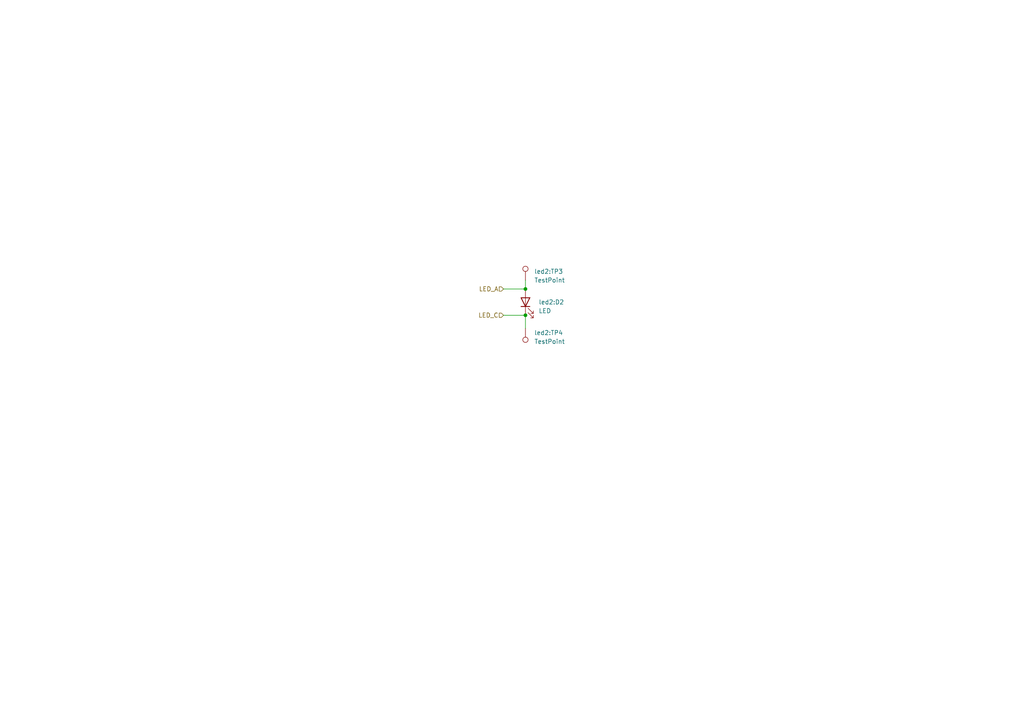
<source format=kicad_sch>
(kicad_sch (version 20201015) (generator eeschema)
  (paper "A4")
  (lib_symbols
    (symbol "Connector:TestPoint" (pin_numbers hide) (pin_names (offset 0.762) hide)
      (property "Reference" "TP" (at 0 6.858 0))
      (property "Value" "TestPoint" (at 0 5.08 0))
      (symbol "TestPoint_0_1"
        (circle (center 0 3.302) (radius 0.762))
      )
      (symbol "TestPoint_1_1"
        (pin passive line (at 0 0 90) (length 2.54) (name "1") (number "1"))
      )
    )
    (symbol "Device:LED" (pin_numbers hide) (pin_names (offset 1.016) hide)
      (property "Reference" "D" (at 0 2.54 0))
      (property "Value" "LED" (at 0 -2.54 0))
      (symbol "LED_0_1"
        (polyline (pts (xy -1.27 -1.27) (xy -1.27 1.27)) (stroke (width 0.254)))
        (polyline (pts (xy -1.27 0) (xy 1.27 0)))
        (polyline (pts (xy 1.27 -1.27) (xy 1.27 1.27) (xy -1.27 0) (xy 1.27 -1.27)) (stroke (width 0.254)))
        (polyline (pts (xy -3.048 -0.762) (xy -4.572 -2.286) (xy -3.81 -2.286) (xy -4.572 -2.286) (xy -4.572 -1.524)))
        (polyline (pts (xy -1.778 -0.762) (xy -3.302 -2.286) (xy -2.54 -2.286) (xy -3.302 -2.286) (xy -3.302 -1.524)))
      )
      (symbol "LED_1_1"
        (pin passive line (at -3.81 0 0) (length 2.54) (name "K") (number "1"))
        (pin passive line (at 3.81 0 180) (length 2.54) (name "A") (number "2"))
      )
    )
  )
  (junction (at 152.4 83.82) (diameter 0.9144))
  (junction (at 152.4 91.44) (diameter 0.9144))
  (wire (pts (xy 146.05 83.82) (xy 152.4 83.82)))
  (wire (pts (xy 146.05 91.44) (xy 152.4 91.44)))
  (wire (pts (xy 152.4 81.28) (xy 152.4 83.82)))
  (wire (pts (xy 152.4 91.44) (xy 152.4 95.25)))
  (hierarchical_label "LED_A" (shape input) (at 146.05 83.82 180))
  (hierarchical_label "LED_C" (shape input) (at 146.05 91.44 180))
  (symbol (lib_id "Connector:TestPoint") (at 152.4 81.28 0)
    (property "Reference" "led2:TP3" (at 154.94 78.74 0) (effects (justify left)))
    (property "Value" "TestPoint" (at 154.94 81.28 0) (effects (justify left)))
    (property "Footprint" "TestPoint:TestPoint_Pad_1.0x1.0mm" (effects hide))
  )
  (symbol (lib_id "Connector:TestPoint") (at 152.4 95.25 180)
    (property "Reference" "led2:TP4" (at 154.94 96.52 0) (effects (justify right)))
    (property "Value" "TestPoint" (at 154.94 99.06 0) (effects (justify right)))
    (property "Footprint" "TestPoint:TestPoint_Pad_1.0x1.0mm" (effects hide))
  )
  (symbol (lib_id "Device:LED") (at 152.4 87.63 90)
    (property "Reference" "led2:D2" (at 156.21 87.63 90) (effects (justify right)))
    (property "Value" "LED" (at 156.21 90.17 90) (effects (justify right)))
    (property "Footprint" "LED_SMD:LED_0805_2012Metric" (effects hide))
  )
)
</source>
